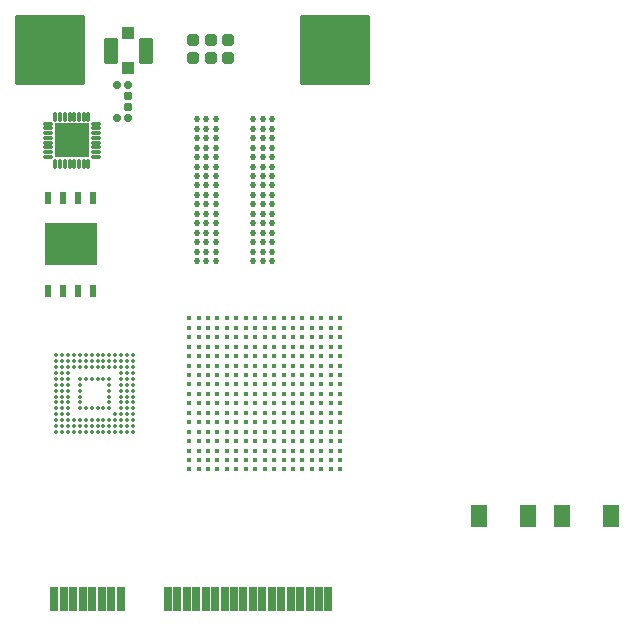
<source format=gbr>
%TF.GenerationSoftware,KiCad,Pcbnew,9.0.3*%
%TF.CreationDate,2025-09-01T16:13:13+03:00*%
%TF.ProjectId,ThingsCore-1,5468696e-6773-4436-9f72-652d312e6b69,rev?*%
%TF.SameCoordinates,Original*%
%TF.FileFunction,Soldermask,Top*%
%TF.FilePolarity,Negative*%
%FSLAX46Y46*%
G04 Gerber Fmt 4.6, Leading zero omitted, Abs format (unit mm)*
G04 Created by KiCad (PCBNEW 9.0.3) date 2025-09-01 16:13:13*
%MOMM*%
%LPD*%
G01*
G04 APERTURE LIST*
G04 Aperture macros list*
%AMRoundRect*
0 Rectangle with rounded corners*
0 $1 Rounding radius*
0 $2 $3 $4 $5 $6 $7 $8 $9 X,Y pos of 4 corners*
0 Add a 4 corners polygon primitive as box body*
4,1,4,$2,$3,$4,$5,$6,$7,$8,$9,$2,$3,0*
0 Add four circle primitives for the rounded corners*
1,1,$1+$1,$2,$3*
1,1,$1+$1,$4,$5*
1,1,$1+$1,$6,$7*
1,1,$1+$1,$8,$9*
0 Add four rect primitives between the rounded corners*
20,1,$1+$1,$2,$3,$4,$5,0*
20,1,$1+$1,$4,$5,$6,$7,0*
20,1,$1+$1,$6,$7,$8,$9,0*
20,1,$1+$1,$8,$9,$2,$3,0*%
G04 Aperture macros list end*
%ADD10RoundRect,0.038000X-0.675000X-0.900000X0.675000X-0.900000X0.675000X0.900000X-0.675000X0.900000X0*%
%ADD11RoundRect,0.038000X0.100000X0.375000X-0.100000X0.375000X-0.100000X-0.375000X0.100000X-0.375000X0*%
%ADD12RoundRect,0.038000X0.375000X-0.100000X0.375000X0.100000X-0.375000X0.100000X-0.375000X-0.100000X0*%
%ADD13RoundRect,0.038000X1.400000X-1.400000X1.400000X1.400000X-1.400000X1.400000X-1.400000X-1.400000X0*%
%ADD14RoundRect,0.038000X-2.175000X1.725000X-2.175000X-1.725000X2.175000X-1.725000X2.175000X1.725000X0*%
%ADD15RoundRect,0.038000X-0.225000X-0.475000X0.225000X-0.475000X0.225000X0.475000X-0.225000X0.475000X0*%
%ADD16RoundRect,0.159000X0.159000X0.189000X-0.159000X0.189000X-0.159000X-0.189000X0.159000X-0.189000X0*%
%ADD17RoundRect,0.166500X0.191500X-0.166500X0.191500X0.166500X-0.191500X0.166500X-0.191500X-0.166500X0*%
%ADD18C,0.526000*%
%ADD19C,0.420000*%
%ADD20RoundRect,0.038000X-2.900000X-2.900000X2.900000X-2.900000X2.900000X2.900000X-2.900000X2.900000X0*%
%ADD21RoundRect,0.038000X-0.300000X-1.000000X0.300000X-1.000000X0.300000X1.000000X-0.300000X1.000000X0*%
%ADD22RoundRect,0.237750X0.275250X-0.237750X0.275250X0.237750X-0.275250X0.237750X-0.275250X-0.237750X0*%
%ADD23RoundRect,0.107600X0.430400X0.430400X-0.430400X0.430400X-0.430400X-0.430400X0.430400X-0.430400X0*%
%ADD24RoundRect,0.112600X0.450400X1.025400X-0.450400X1.025400X-0.450400X-1.025400X0.450400X-1.025400X0*%
%ADD25C,0.340000*%
G04 APERTURE END LIST*
D10*
%TO.C,S2*%
X62850000Y-54800000D03*
X58700000Y-54800000D03*
%TD*%
%TO.C,S1*%
X55820000Y-54800000D03*
X51670000Y-54800000D03*
%TD*%
D11*
%TO.C,IC1*%
X15775000Y-24975000D03*
X16175000Y-24975000D03*
X16575000Y-24975000D03*
X16975000Y-24975000D03*
X17375000Y-24975000D03*
X17775000Y-24975000D03*
X18175000Y-24975000D03*
X18575000Y-24975000D03*
D12*
X19175000Y-24375000D03*
X19175000Y-23975000D03*
X19175000Y-23575000D03*
X19175000Y-23175000D03*
X19175000Y-22775000D03*
X19175000Y-22375000D03*
X19175000Y-21975000D03*
X19175000Y-21575000D03*
D11*
X18575000Y-20975000D03*
X18175000Y-20975000D03*
X17775000Y-20975000D03*
X17375000Y-20975000D03*
X16975000Y-20975000D03*
X16575000Y-20975000D03*
X16175000Y-20975000D03*
X15775000Y-20975000D03*
D12*
X15175000Y-21575000D03*
X15175000Y-21975000D03*
X15175000Y-22375000D03*
X15175000Y-22775000D03*
X15175000Y-23175000D03*
X15175000Y-23575000D03*
X15175000Y-23975000D03*
X15175000Y-24375000D03*
D13*
X17175000Y-22975000D03*
%TD*%
D14*
%TO.C,U8*%
X17060000Y-31800000D03*
D15*
X18965000Y-35700000D03*
X17695000Y-35700000D03*
X16425000Y-35700000D03*
X15155000Y-35700000D03*
X15155000Y-27900000D03*
X16425000Y-27900000D03*
X17695000Y-27900000D03*
X18965000Y-27900000D03*
%TD*%
D16*
%TO.C,C82*%
X21942100Y-21102900D03*
X20982100Y-21102900D03*
%TD*%
D17*
%TO.C,L4*%
X21937100Y-19217900D03*
X21937100Y-20187900D03*
%TD*%
D16*
%TO.C,C81*%
X20982100Y-18302900D03*
X21942100Y-18302900D03*
%TD*%
D18*
%TO.C,U2*%
X27750000Y-21200000D03*
X28550000Y-21200000D03*
X29350000Y-21200000D03*
X32550000Y-21200000D03*
X33350000Y-21200000D03*
X34150000Y-21200000D03*
X27750000Y-22000000D03*
X28550000Y-22000000D03*
X29350000Y-22000000D03*
X32550000Y-22000000D03*
X33350000Y-22000000D03*
X34150000Y-22000000D03*
X27750000Y-22800000D03*
X28550000Y-22800000D03*
X29350000Y-22800000D03*
X32550000Y-22800000D03*
X33350000Y-22800000D03*
X34150000Y-22800000D03*
X27750000Y-23600000D03*
X28550000Y-23600000D03*
X29350000Y-23600000D03*
X32550000Y-23600000D03*
X33350000Y-23600000D03*
X34150000Y-23600000D03*
X27750000Y-24400000D03*
X28550000Y-24400000D03*
X29350000Y-24400000D03*
X32550000Y-24400000D03*
X33350000Y-24400000D03*
X34150000Y-24400000D03*
X27750000Y-25200000D03*
X28550000Y-25200000D03*
X29350000Y-25200000D03*
X32550000Y-25200000D03*
X33350000Y-25200000D03*
X34150000Y-25200000D03*
X27750000Y-26000000D03*
X28550000Y-26000000D03*
X29350000Y-26000000D03*
X32550000Y-26000000D03*
X33350000Y-26000000D03*
X34150000Y-26000000D03*
X27750000Y-26800000D03*
X28550000Y-26800000D03*
X29350000Y-26800000D03*
X32550000Y-26800000D03*
X33350000Y-26800000D03*
X34150000Y-26800000D03*
X27750000Y-27600000D03*
X28550000Y-27600000D03*
X29350000Y-27600000D03*
X32550000Y-27600000D03*
X33350000Y-27600000D03*
X34150000Y-27600000D03*
X27750000Y-28400000D03*
X28550000Y-28400000D03*
X29350000Y-28400000D03*
X32550000Y-28400000D03*
X33350000Y-28400000D03*
X34150000Y-28400000D03*
X27750000Y-29200000D03*
X28550000Y-29200000D03*
X29350000Y-29200000D03*
X32550000Y-29200000D03*
X33350000Y-29200000D03*
X34150000Y-29200000D03*
X27750000Y-30000000D03*
X28550000Y-30000000D03*
X29350000Y-30000000D03*
X32550000Y-30000000D03*
X33350000Y-30000000D03*
X34150000Y-30000000D03*
X27750000Y-30800000D03*
X28550000Y-30800000D03*
X29350000Y-30800000D03*
X32550000Y-30800000D03*
X33350000Y-30800000D03*
X34150000Y-30800000D03*
X27750000Y-31600000D03*
X28550000Y-31600000D03*
X29350000Y-31600000D03*
X32550000Y-31600000D03*
X33350000Y-31600000D03*
X34150000Y-31600000D03*
X27750000Y-32400000D03*
X28550000Y-32400000D03*
X29350000Y-32400000D03*
X32550000Y-32400000D03*
X33350000Y-32400000D03*
X34150000Y-32400000D03*
X27750000Y-33200000D03*
X28550000Y-33200000D03*
X29350000Y-33200000D03*
X32550000Y-33200000D03*
X33350000Y-33200000D03*
X34150000Y-33200000D03*
%TD*%
D19*
%TO.C,U7*%
X27100000Y-50850000D03*
X27100000Y-50050000D03*
X27100000Y-49250000D03*
X27100000Y-48450000D03*
X27100000Y-47650000D03*
X27100000Y-46850000D03*
X27100000Y-46050000D03*
X27100000Y-45250000D03*
X27100000Y-44450000D03*
X27100000Y-43650000D03*
X27100000Y-42850000D03*
X27100000Y-42050000D03*
X27100000Y-41250000D03*
X27100000Y-40450000D03*
X27100000Y-39650000D03*
X27100000Y-38850000D03*
X27100000Y-38050000D03*
X27900000Y-50850000D03*
X27900000Y-50050000D03*
X27900000Y-49250000D03*
X27900000Y-48450000D03*
X27900000Y-47650000D03*
X27900000Y-46850000D03*
X27900000Y-46050000D03*
X27900000Y-45250000D03*
X27900000Y-44450000D03*
X27900000Y-43650000D03*
X27900000Y-42850000D03*
X27900000Y-42050000D03*
X27900000Y-41250000D03*
X27900000Y-40450000D03*
X27900000Y-39650000D03*
X27900000Y-38850000D03*
X27900000Y-38050000D03*
X28700000Y-50850000D03*
X28700000Y-50050000D03*
X28700000Y-49250000D03*
X28700000Y-48450000D03*
X28700000Y-47650000D03*
X28700000Y-46850000D03*
X28700000Y-46050000D03*
X28700000Y-45250000D03*
X28700000Y-44450000D03*
X28700000Y-43650000D03*
X28700000Y-42850000D03*
X28700000Y-42050000D03*
X28700000Y-41250000D03*
X28700000Y-40450000D03*
X28700000Y-39650000D03*
X28700000Y-38850000D03*
X28700000Y-38050000D03*
X29500000Y-50850000D03*
X29500000Y-50050000D03*
X29500000Y-49250000D03*
X29500000Y-48450000D03*
X29500000Y-47650000D03*
X29500000Y-46850000D03*
X29500000Y-46050000D03*
X29500000Y-45250000D03*
X29500000Y-44450000D03*
X29500000Y-43650000D03*
X29500000Y-42850000D03*
X29500000Y-42050000D03*
X29500000Y-41250000D03*
X29500000Y-40450000D03*
X29500000Y-39650000D03*
X29500000Y-38850000D03*
X29500000Y-38050000D03*
X30300000Y-50850000D03*
X30300000Y-50050000D03*
X30300000Y-49250000D03*
X30300000Y-48450000D03*
X30300000Y-47650000D03*
X30300000Y-46850000D03*
X30300000Y-46050000D03*
X30300000Y-45250000D03*
X30300000Y-44450000D03*
X30300000Y-43650000D03*
X30300000Y-42850000D03*
X30300000Y-42050000D03*
X30300000Y-41250000D03*
X30300000Y-40450000D03*
X30300000Y-39650000D03*
X30300000Y-38850000D03*
X30300000Y-38050000D03*
X31100000Y-50850000D03*
X31100000Y-50050000D03*
X31100000Y-49250000D03*
X31100000Y-48450000D03*
X31100000Y-47650000D03*
X31100000Y-46850000D03*
X31100000Y-46050000D03*
X31100000Y-45250000D03*
X31100000Y-44450000D03*
X31100000Y-43650000D03*
X31100000Y-42850000D03*
X31100000Y-42050000D03*
X31100000Y-41250000D03*
X31100000Y-40450000D03*
X31100000Y-39650000D03*
X31100000Y-38850000D03*
X31100000Y-38050000D03*
X31900000Y-50850000D03*
X31900000Y-50050000D03*
X31900000Y-49250000D03*
X31900000Y-48450000D03*
X31900000Y-47650000D03*
X31900000Y-46850000D03*
X31900000Y-46050000D03*
X31900000Y-45250000D03*
X31900000Y-44450000D03*
X31900000Y-43650000D03*
X31900000Y-42850000D03*
X31900000Y-42050000D03*
X31900000Y-41250000D03*
X31900000Y-40450000D03*
X31900000Y-39650000D03*
X31900000Y-38850000D03*
X31900000Y-38050000D03*
X32700000Y-50850000D03*
X32700000Y-50050000D03*
X32700000Y-49250000D03*
X32700000Y-48450000D03*
X32700000Y-47650000D03*
X32700000Y-46850000D03*
X32700000Y-46050000D03*
X32700000Y-45250000D03*
X32700000Y-44450000D03*
X32700000Y-43650000D03*
X32700000Y-42850000D03*
X32700000Y-42050000D03*
X32700000Y-41250000D03*
X32700000Y-40450000D03*
X32700000Y-39650000D03*
X32700000Y-38850000D03*
X32700000Y-38050000D03*
X33500000Y-50850000D03*
X33500000Y-50050000D03*
X33500000Y-49250000D03*
X33500000Y-48450000D03*
X33500000Y-47650000D03*
X33500000Y-46850000D03*
X33500000Y-46050000D03*
X33500000Y-45250000D03*
X33500000Y-44450000D03*
X33500000Y-43650000D03*
X33500000Y-42850000D03*
X33500000Y-42050000D03*
X33500000Y-41250000D03*
X33500000Y-40450000D03*
X33500000Y-39650000D03*
X33500000Y-38850000D03*
X33500000Y-38050000D03*
X34300000Y-50850000D03*
X34300000Y-50050000D03*
X34300000Y-49250000D03*
X34300000Y-48450000D03*
X34300000Y-47650000D03*
X34300000Y-46850000D03*
X34300000Y-46050000D03*
X34300000Y-45250000D03*
X34300000Y-44450000D03*
X34300000Y-43650000D03*
X34300000Y-42850000D03*
X34300000Y-42050000D03*
X34300000Y-41250000D03*
X34300000Y-40450000D03*
X34300000Y-39650000D03*
X34300000Y-38850000D03*
X34300000Y-38050000D03*
X35100000Y-50850000D03*
X35100000Y-50050000D03*
X35100000Y-49250000D03*
X35100000Y-48450000D03*
X35100000Y-47650000D03*
X35100000Y-46850000D03*
X35100000Y-46050000D03*
X35100000Y-45250000D03*
X35100000Y-44450000D03*
X35100000Y-43650000D03*
X35100000Y-42850000D03*
X35100000Y-42050000D03*
X35100000Y-41250000D03*
X35100000Y-40450000D03*
X35100000Y-39650000D03*
X35100000Y-38850000D03*
X35100000Y-38050000D03*
X35900000Y-50850000D03*
X35900000Y-50050000D03*
X35900000Y-49250000D03*
X35900000Y-48450000D03*
X35900000Y-47650000D03*
X35900000Y-46850000D03*
X35900000Y-46050000D03*
X35900000Y-45250000D03*
X35900000Y-44450000D03*
X35900000Y-43650000D03*
X35900000Y-42850000D03*
X35900000Y-42050000D03*
X35900000Y-41250000D03*
X35900000Y-40450000D03*
X35900000Y-39650000D03*
X35900000Y-38850000D03*
X35900000Y-38050000D03*
X36700000Y-50850000D03*
X36700000Y-50050000D03*
X36700000Y-49250000D03*
X36700000Y-48450000D03*
X36700000Y-47650000D03*
X36700000Y-46850000D03*
X36700000Y-46050000D03*
X36700000Y-45250000D03*
X36700000Y-44450000D03*
X36700000Y-43650000D03*
X36700000Y-42850000D03*
X36700000Y-42050000D03*
X36700000Y-41250000D03*
X36700000Y-40450000D03*
X36700000Y-39650000D03*
X36700000Y-38850000D03*
X36700000Y-38050000D03*
X37500000Y-50850000D03*
X37500000Y-50050000D03*
X37500000Y-49250000D03*
X37500000Y-48450000D03*
X37500000Y-47650000D03*
X37500000Y-46850000D03*
X37500000Y-46050000D03*
X37500000Y-45250000D03*
X37500000Y-44450000D03*
X37500000Y-43650000D03*
X37500000Y-42850000D03*
X37500000Y-42050000D03*
X37500000Y-41250000D03*
X37500000Y-40450000D03*
X37500000Y-39650000D03*
X37500000Y-38850000D03*
X37500000Y-38050000D03*
X38300000Y-50850000D03*
X38300000Y-50050000D03*
X38300000Y-49250000D03*
X38300000Y-48450000D03*
X38300000Y-47650000D03*
X38300000Y-46850000D03*
X38300000Y-46050000D03*
X38300000Y-45250000D03*
X38300000Y-44450000D03*
X38300000Y-43650000D03*
X38300000Y-42850000D03*
X38300000Y-42050000D03*
X38300000Y-41250000D03*
X38300000Y-40450000D03*
X38300000Y-39650000D03*
X38300000Y-38850000D03*
X38300000Y-38050000D03*
X39100000Y-50850000D03*
X39100000Y-50050000D03*
X39100000Y-49250000D03*
X39100000Y-48450000D03*
X39100000Y-47650000D03*
X39100000Y-46850000D03*
X39100000Y-46050000D03*
X39100000Y-45250000D03*
X39100000Y-44450000D03*
X39100000Y-43650000D03*
X39100000Y-42850000D03*
X39100000Y-42050000D03*
X39100000Y-41250000D03*
X39100000Y-40450000D03*
X39100000Y-39650000D03*
X39100000Y-38850000D03*
X39100000Y-38050000D03*
X39900000Y-50850000D03*
X39900000Y-50050000D03*
X39900000Y-49250000D03*
X39900000Y-48450000D03*
X39900000Y-47650000D03*
X39900000Y-46850000D03*
X39900000Y-46050000D03*
X39900000Y-45250000D03*
X39900000Y-44450000D03*
X39900000Y-43650000D03*
X39900000Y-42850000D03*
X39900000Y-42050000D03*
X39900000Y-41250000D03*
X39900000Y-40450000D03*
X39900000Y-39650000D03*
X39900000Y-38850000D03*
X39900000Y-38050000D03*
%TD*%
D20*
%TO.C,U1*%
X15307328Y-15308537D03*
X39486338Y-15314455D03*
D21*
X15700000Y-61802500D03*
X16500000Y-61802500D03*
X17300000Y-61802500D03*
X18100000Y-61802500D03*
X18900000Y-61802500D03*
X19700000Y-61802500D03*
X20500000Y-61802500D03*
X21300000Y-61802500D03*
X25300000Y-61802500D03*
X26100000Y-61802500D03*
X26900000Y-61802500D03*
X27700000Y-61802500D03*
X28500000Y-61802500D03*
X29300000Y-61802500D03*
X30100000Y-61802500D03*
X30900000Y-61802500D03*
X31700000Y-61802500D03*
X32500000Y-61802500D03*
X33300000Y-61802500D03*
X34100000Y-61802500D03*
X34900000Y-61802500D03*
X35700000Y-61802500D03*
X36500000Y-61802500D03*
X37300000Y-61802500D03*
X38100000Y-61802500D03*
X38900000Y-61802500D03*
%TD*%
D22*
%TO.C,D2*%
X27450000Y-16050000D03*
X27450000Y-14475000D03*
%TD*%
%TO.C,D3*%
X28925000Y-16037500D03*
X28925000Y-14462500D03*
%TD*%
%TO.C,D5*%
X30425000Y-16050000D03*
X30425000Y-14475000D03*
%TD*%
D23*
%TO.C,J1*%
X21950000Y-16900000D03*
D24*
X20475000Y-15400000D03*
D23*
X21950000Y-13900000D03*
D24*
X23425000Y-15400000D03*
%TD*%
D25*
%TO.C,U10*%
X21850000Y-41175000D03*
X22350000Y-42175000D03*
X22350000Y-47675000D03*
X21850000Y-47675000D03*
X21350000Y-47675000D03*
X20850000Y-47675000D03*
X20350000Y-47675000D03*
X19850000Y-47675000D03*
X19350000Y-47675000D03*
X18850000Y-47675000D03*
X18350000Y-47675000D03*
X17850000Y-47675000D03*
X17350000Y-47675000D03*
X16850000Y-47675000D03*
X16350000Y-47675000D03*
X15850000Y-47675000D03*
X22350000Y-47175000D03*
X21850000Y-47175000D03*
X21350000Y-47175000D03*
X20850000Y-47175000D03*
X20350000Y-47175000D03*
X19850000Y-47175000D03*
X19350000Y-47175000D03*
X18850000Y-47175000D03*
X18350000Y-47175000D03*
X17850000Y-47175000D03*
X17350000Y-47175000D03*
X16850000Y-47175000D03*
X16350000Y-47175000D03*
X15850000Y-47175000D03*
X22350000Y-46675000D03*
X21850000Y-46675000D03*
X21350000Y-46675000D03*
X20850000Y-46675000D03*
X20350000Y-46675000D03*
X19850000Y-46675000D03*
X19350000Y-46675000D03*
X18850000Y-46675000D03*
X18350000Y-46675000D03*
X17850000Y-46675000D03*
X17350000Y-46675000D03*
X16850000Y-46675000D03*
X16350000Y-46675000D03*
X15850000Y-46675000D03*
X22350000Y-46175000D03*
X21850000Y-46175000D03*
X21350000Y-46175000D03*
X20850000Y-46175000D03*
X16850000Y-46175000D03*
X16350000Y-46175000D03*
X15850000Y-46175000D03*
X22350000Y-45675000D03*
X21850000Y-45675000D03*
X21350000Y-45675000D03*
X20350000Y-45675000D03*
X19850000Y-45675000D03*
X19350000Y-45675000D03*
X18850000Y-45675000D03*
X18350000Y-45675000D03*
X17850000Y-45675000D03*
X16850000Y-45675000D03*
X16350000Y-45675000D03*
X15850000Y-45675000D03*
X22350000Y-45175000D03*
X21850000Y-45175000D03*
X21350000Y-45175000D03*
X20350000Y-45175000D03*
X17850000Y-45175000D03*
X16850000Y-45175000D03*
X16350000Y-45175000D03*
X15850000Y-45175000D03*
X22350000Y-44675000D03*
X21850000Y-44675000D03*
X21350000Y-44675000D03*
X20350000Y-44675000D03*
X17850000Y-44675000D03*
X16850000Y-44675000D03*
X16350000Y-44675000D03*
X15850000Y-44675000D03*
X22350000Y-44175000D03*
X21850000Y-44175000D03*
X21350000Y-44175000D03*
X20350000Y-44175000D03*
X17850000Y-44175000D03*
X16850000Y-44175000D03*
X16350000Y-44175000D03*
X15850000Y-44175000D03*
X22350000Y-43675000D03*
X21850000Y-43675000D03*
X21350000Y-43675000D03*
X20350000Y-43675000D03*
X17850000Y-43675000D03*
X16850000Y-43675000D03*
X16350000Y-43675000D03*
X15850000Y-43675000D03*
X22350000Y-43175000D03*
X21850000Y-43175000D03*
X21350000Y-43175000D03*
X20350000Y-43175000D03*
X19850000Y-43175000D03*
X19350000Y-43175000D03*
X18850000Y-43175000D03*
X18350000Y-43175000D03*
X17850000Y-43175000D03*
X16850000Y-43175000D03*
X16350000Y-43175000D03*
X15850000Y-43175000D03*
X22350000Y-42675000D03*
X21850000Y-42675000D03*
X21350000Y-42675000D03*
X16850000Y-42675000D03*
X16350000Y-42675000D03*
X15850000Y-42675000D03*
X21850000Y-42175000D03*
X21350000Y-42175000D03*
X20850000Y-42175000D03*
X20350000Y-42175000D03*
X19850000Y-42175000D03*
X19350000Y-42175000D03*
X18850000Y-42175000D03*
X18350000Y-42175000D03*
X17850000Y-42175000D03*
X17350000Y-42175000D03*
X16850000Y-42175000D03*
X16350000Y-42175000D03*
X15850000Y-42175000D03*
X22350000Y-41675000D03*
X21850000Y-41675000D03*
X21350000Y-41675000D03*
X20850000Y-41675000D03*
X20350000Y-41675000D03*
X19850000Y-41675000D03*
X19350000Y-41675000D03*
X18850000Y-41675000D03*
X18350000Y-41675000D03*
X17850000Y-41675000D03*
X17350000Y-41675000D03*
X16850000Y-41675000D03*
X16350000Y-41675000D03*
X15850000Y-41675000D03*
X22350000Y-41175000D03*
X21350000Y-41175000D03*
X20850000Y-41175000D03*
X20350000Y-41175000D03*
X19850000Y-41175000D03*
X19350000Y-41175000D03*
X18850000Y-41175000D03*
X18350000Y-41175000D03*
X17850000Y-41175000D03*
X17350000Y-41175000D03*
X16850000Y-41175000D03*
X16350000Y-41175000D03*
X15850000Y-41175000D03*
%TD*%
M02*

</source>
